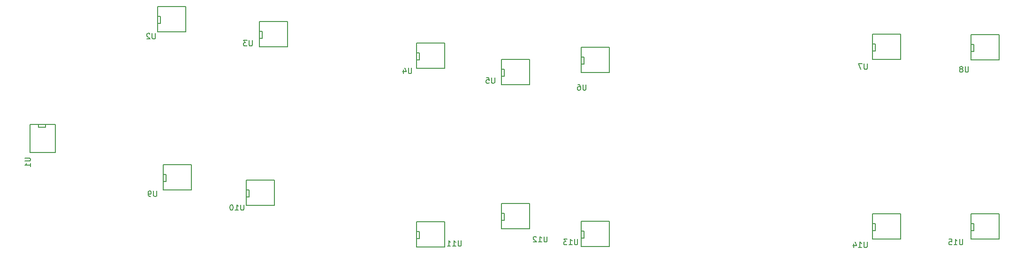
<source format=gbo>
G04 #@! TF.FileFunction,Legend,Bot*
%FSLAX46Y46*%
G04 Gerber Fmt 4.6, Leading zero omitted, Abs format (unit mm)*
G04 Created by KiCad (PCBNEW (2015-07-16 BZR 5955, Git 27eafcb)-product) date 2015-10-11 14:13:05*
%MOMM*%
G01*
G04 APERTURE LIST*
%ADD10C,0.100000*%
%ADD11C,0.150000*%
G04 APERTURE END LIST*
D10*
D11*
X68914000Y-71660000D02*
X68914000Y-76740000D01*
X68914000Y-76740000D02*
X73486000Y-76740000D01*
X73486000Y-76740000D02*
X73486000Y-71660000D01*
X73486000Y-71660000D02*
X68914000Y-71660000D01*
X70438000Y-71660000D02*
X70438000Y-72168000D01*
X70438000Y-72168000D02*
X71708000Y-72168000D01*
X71708000Y-72168000D02*
X71708000Y-71660000D01*
X91960000Y-54886000D02*
X97040000Y-54886000D01*
X97040000Y-54886000D02*
X97040000Y-50314000D01*
X97040000Y-50314000D02*
X91960000Y-50314000D01*
X91960000Y-50314000D02*
X91960000Y-54886000D01*
X91960000Y-53362000D02*
X92468000Y-53362000D01*
X92468000Y-53362000D02*
X92468000Y-52092000D01*
X92468000Y-52092000D02*
X91960000Y-52092000D01*
X110260000Y-57586000D02*
X115340000Y-57586000D01*
X115340000Y-57586000D02*
X115340000Y-53014000D01*
X115340000Y-53014000D02*
X110260000Y-53014000D01*
X110260000Y-53014000D02*
X110260000Y-57586000D01*
X110260000Y-56062000D02*
X110768000Y-56062000D01*
X110768000Y-56062000D02*
X110768000Y-54792000D01*
X110768000Y-54792000D02*
X110260000Y-54792000D01*
X138660000Y-61486000D02*
X143740000Y-61486000D01*
X143740000Y-61486000D02*
X143740000Y-56914000D01*
X143740000Y-56914000D02*
X138660000Y-56914000D01*
X138660000Y-56914000D02*
X138660000Y-61486000D01*
X138660000Y-59962000D02*
X139168000Y-59962000D01*
X139168000Y-59962000D02*
X139168000Y-58692000D01*
X139168000Y-58692000D02*
X138660000Y-58692000D01*
X153960000Y-64486000D02*
X159040000Y-64486000D01*
X159040000Y-64486000D02*
X159040000Y-59914000D01*
X159040000Y-59914000D02*
X153960000Y-59914000D01*
X153960000Y-59914000D02*
X153960000Y-64486000D01*
X153960000Y-62962000D02*
X154468000Y-62962000D01*
X154468000Y-62962000D02*
X154468000Y-61692000D01*
X154468000Y-61692000D02*
X153960000Y-61692000D01*
X168360000Y-62286000D02*
X173440000Y-62286000D01*
X173440000Y-62286000D02*
X173440000Y-57714000D01*
X173440000Y-57714000D02*
X168360000Y-57714000D01*
X168360000Y-57714000D02*
X168360000Y-62286000D01*
X168360000Y-60762000D02*
X168868000Y-60762000D01*
X168868000Y-60762000D02*
X168868000Y-59492000D01*
X168868000Y-59492000D02*
X168360000Y-59492000D01*
X220960000Y-59886000D02*
X226040000Y-59886000D01*
X226040000Y-59886000D02*
X226040000Y-55314000D01*
X226040000Y-55314000D02*
X220960000Y-55314000D01*
X220960000Y-55314000D02*
X220960000Y-59886000D01*
X220960000Y-58362000D02*
X221468000Y-58362000D01*
X221468000Y-58362000D02*
X221468000Y-57092000D01*
X221468000Y-57092000D02*
X220960000Y-57092000D01*
X238760000Y-59986000D02*
X243840000Y-59986000D01*
X243840000Y-59986000D02*
X243840000Y-55414000D01*
X243840000Y-55414000D02*
X238760000Y-55414000D01*
X238760000Y-55414000D02*
X238760000Y-59986000D01*
X238760000Y-58462000D02*
X239268000Y-58462000D01*
X239268000Y-58462000D02*
X239268000Y-57192000D01*
X239268000Y-57192000D02*
X238760000Y-57192000D01*
X92960000Y-83486000D02*
X98040000Y-83486000D01*
X98040000Y-83486000D02*
X98040000Y-78914000D01*
X98040000Y-78914000D02*
X92960000Y-78914000D01*
X92960000Y-78914000D02*
X92960000Y-83486000D01*
X92960000Y-81962000D02*
X93468000Y-81962000D01*
X93468000Y-81962000D02*
X93468000Y-80692000D01*
X93468000Y-80692000D02*
X92960000Y-80692000D01*
X107960000Y-86286000D02*
X113040000Y-86286000D01*
X113040000Y-86286000D02*
X113040000Y-81714000D01*
X113040000Y-81714000D02*
X107960000Y-81714000D01*
X107960000Y-81714000D02*
X107960000Y-86286000D01*
X107960000Y-84762000D02*
X108468000Y-84762000D01*
X108468000Y-84762000D02*
X108468000Y-83492000D01*
X108468000Y-83492000D02*
X107960000Y-83492000D01*
X138660000Y-93886000D02*
X143740000Y-93886000D01*
X143740000Y-93886000D02*
X143740000Y-89314000D01*
X143740000Y-89314000D02*
X138660000Y-89314000D01*
X138660000Y-89314000D02*
X138660000Y-93886000D01*
X138660000Y-92362000D02*
X139168000Y-92362000D01*
X139168000Y-92362000D02*
X139168000Y-91092000D01*
X139168000Y-91092000D02*
X138660000Y-91092000D01*
X153960000Y-90586000D02*
X159040000Y-90586000D01*
X159040000Y-90586000D02*
X159040000Y-86014000D01*
X159040000Y-86014000D02*
X153960000Y-86014000D01*
X153960000Y-86014000D02*
X153960000Y-90586000D01*
X153960000Y-89062000D02*
X154468000Y-89062000D01*
X154468000Y-89062000D02*
X154468000Y-87792000D01*
X154468000Y-87792000D02*
X153960000Y-87792000D01*
X168360000Y-93786000D02*
X173440000Y-93786000D01*
X173440000Y-93786000D02*
X173440000Y-89214000D01*
X173440000Y-89214000D02*
X168360000Y-89214000D01*
X168360000Y-89214000D02*
X168360000Y-93786000D01*
X168360000Y-92262000D02*
X168868000Y-92262000D01*
X168868000Y-92262000D02*
X168868000Y-90992000D01*
X168868000Y-90992000D02*
X168360000Y-90992000D01*
X220960000Y-92386000D02*
X226040000Y-92386000D01*
X226040000Y-92386000D02*
X226040000Y-87814000D01*
X226040000Y-87814000D02*
X220960000Y-87814000D01*
X220960000Y-87814000D02*
X220960000Y-92386000D01*
X220960000Y-90862000D02*
X221468000Y-90862000D01*
X221468000Y-90862000D02*
X221468000Y-89592000D01*
X221468000Y-89592000D02*
X220960000Y-89592000D01*
X238760000Y-92386000D02*
X243840000Y-92386000D01*
X243840000Y-92386000D02*
X243840000Y-87814000D01*
X243840000Y-87814000D02*
X238760000Y-87814000D01*
X238760000Y-87814000D02*
X238760000Y-92386000D01*
X238760000Y-90862000D02*
X239268000Y-90862000D01*
X239268000Y-90862000D02*
X239268000Y-89592000D01*
X239268000Y-89592000D02*
X238760000Y-89592000D01*
X67952381Y-77738095D02*
X68761905Y-77738095D01*
X68857143Y-77785714D01*
X68904762Y-77833333D01*
X68952381Y-77928571D01*
X68952381Y-78119048D01*
X68904762Y-78214286D01*
X68857143Y-78261905D01*
X68761905Y-78309524D01*
X67952381Y-78309524D01*
X68952381Y-79309524D02*
X68952381Y-78738095D01*
X68952381Y-79023809D02*
X67952381Y-79023809D01*
X68095238Y-78928571D01*
X68190476Y-78833333D01*
X68238095Y-78738095D01*
X91511905Y-55202381D02*
X91511905Y-56011905D01*
X91464286Y-56107143D01*
X91416667Y-56154762D01*
X91321429Y-56202381D01*
X91130952Y-56202381D01*
X91035714Y-56154762D01*
X90988095Y-56107143D01*
X90940476Y-56011905D01*
X90940476Y-55202381D01*
X90511905Y-55297619D02*
X90464286Y-55250000D01*
X90369048Y-55202381D01*
X90130952Y-55202381D01*
X90035714Y-55250000D01*
X89988095Y-55297619D01*
X89940476Y-55392857D01*
X89940476Y-55488095D01*
X89988095Y-55630952D01*
X90559524Y-56202381D01*
X89940476Y-56202381D01*
X109011905Y-56452381D02*
X109011905Y-57261905D01*
X108964286Y-57357143D01*
X108916667Y-57404762D01*
X108821429Y-57452381D01*
X108630952Y-57452381D01*
X108535714Y-57404762D01*
X108488095Y-57357143D01*
X108440476Y-57261905D01*
X108440476Y-56452381D01*
X108059524Y-56452381D02*
X107440476Y-56452381D01*
X107773810Y-56833333D01*
X107630952Y-56833333D01*
X107535714Y-56880952D01*
X107488095Y-56928571D01*
X107440476Y-57023810D01*
X107440476Y-57261905D01*
X107488095Y-57357143D01*
X107535714Y-57404762D01*
X107630952Y-57452381D01*
X107916667Y-57452381D01*
X108011905Y-57404762D01*
X108059524Y-57357143D01*
X137761905Y-61452381D02*
X137761905Y-62261905D01*
X137714286Y-62357143D01*
X137666667Y-62404762D01*
X137571429Y-62452381D01*
X137380952Y-62452381D01*
X137285714Y-62404762D01*
X137238095Y-62357143D01*
X137190476Y-62261905D01*
X137190476Y-61452381D01*
X136285714Y-61785714D02*
X136285714Y-62452381D01*
X136523810Y-61404762D02*
X136761905Y-62119048D01*
X136142857Y-62119048D01*
X152761905Y-63202381D02*
X152761905Y-64011905D01*
X152714286Y-64107143D01*
X152666667Y-64154762D01*
X152571429Y-64202381D01*
X152380952Y-64202381D01*
X152285714Y-64154762D01*
X152238095Y-64107143D01*
X152190476Y-64011905D01*
X152190476Y-63202381D01*
X151238095Y-63202381D02*
X151714286Y-63202381D01*
X151761905Y-63678571D01*
X151714286Y-63630952D01*
X151619048Y-63583333D01*
X151380952Y-63583333D01*
X151285714Y-63630952D01*
X151238095Y-63678571D01*
X151190476Y-63773810D01*
X151190476Y-64011905D01*
X151238095Y-64107143D01*
X151285714Y-64154762D01*
X151380952Y-64202381D01*
X151619048Y-64202381D01*
X151714286Y-64154762D01*
X151761905Y-64107143D01*
X169261905Y-64452381D02*
X169261905Y-65261905D01*
X169214286Y-65357143D01*
X169166667Y-65404762D01*
X169071429Y-65452381D01*
X168880952Y-65452381D01*
X168785714Y-65404762D01*
X168738095Y-65357143D01*
X168690476Y-65261905D01*
X168690476Y-64452381D01*
X167785714Y-64452381D02*
X167976191Y-64452381D01*
X168071429Y-64500000D01*
X168119048Y-64547619D01*
X168214286Y-64690476D01*
X168261905Y-64880952D01*
X168261905Y-65261905D01*
X168214286Y-65357143D01*
X168166667Y-65404762D01*
X168071429Y-65452381D01*
X167880952Y-65452381D01*
X167785714Y-65404762D01*
X167738095Y-65357143D01*
X167690476Y-65261905D01*
X167690476Y-65023810D01*
X167738095Y-64928571D01*
X167785714Y-64880952D01*
X167880952Y-64833333D01*
X168071429Y-64833333D01*
X168166667Y-64880952D01*
X168214286Y-64928571D01*
X168261905Y-65023810D01*
X220011905Y-60702381D02*
X220011905Y-61511905D01*
X219964286Y-61607143D01*
X219916667Y-61654762D01*
X219821429Y-61702381D01*
X219630952Y-61702381D01*
X219535714Y-61654762D01*
X219488095Y-61607143D01*
X219440476Y-61511905D01*
X219440476Y-60702381D01*
X219059524Y-60702381D02*
X218392857Y-60702381D01*
X218821429Y-61702381D01*
X238261905Y-61202381D02*
X238261905Y-62011905D01*
X238214286Y-62107143D01*
X238166667Y-62154762D01*
X238071429Y-62202381D01*
X237880952Y-62202381D01*
X237785714Y-62154762D01*
X237738095Y-62107143D01*
X237690476Y-62011905D01*
X237690476Y-61202381D01*
X237071429Y-61630952D02*
X237166667Y-61583333D01*
X237214286Y-61535714D01*
X237261905Y-61440476D01*
X237261905Y-61392857D01*
X237214286Y-61297619D01*
X237166667Y-61250000D01*
X237071429Y-61202381D01*
X236880952Y-61202381D01*
X236785714Y-61250000D01*
X236738095Y-61297619D01*
X236690476Y-61392857D01*
X236690476Y-61440476D01*
X236738095Y-61535714D01*
X236785714Y-61583333D01*
X236880952Y-61630952D01*
X237071429Y-61630952D01*
X237166667Y-61678571D01*
X237214286Y-61726190D01*
X237261905Y-61821429D01*
X237261905Y-62011905D01*
X237214286Y-62107143D01*
X237166667Y-62154762D01*
X237071429Y-62202381D01*
X236880952Y-62202381D01*
X236785714Y-62154762D01*
X236738095Y-62107143D01*
X236690476Y-62011905D01*
X236690476Y-61821429D01*
X236738095Y-61726190D01*
X236785714Y-61678571D01*
X236880952Y-61630952D01*
X91761905Y-83702381D02*
X91761905Y-84511905D01*
X91714286Y-84607143D01*
X91666667Y-84654762D01*
X91571429Y-84702381D01*
X91380952Y-84702381D01*
X91285714Y-84654762D01*
X91238095Y-84607143D01*
X91190476Y-84511905D01*
X91190476Y-83702381D01*
X90666667Y-84702381D02*
X90476191Y-84702381D01*
X90380952Y-84654762D01*
X90333333Y-84607143D01*
X90238095Y-84464286D01*
X90190476Y-84273810D01*
X90190476Y-83892857D01*
X90238095Y-83797619D01*
X90285714Y-83750000D01*
X90380952Y-83702381D01*
X90571429Y-83702381D01*
X90666667Y-83750000D01*
X90714286Y-83797619D01*
X90761905Y-83892857D01*
X90761905Y-84130952D01*
X90714286Y-84226190D01*
X90666667Y-84273810D01*
X90571429Y-84321429D01*
X90380952Y-84321429D01*
X90285714Y-84273810D01*
X90238095Y-84226190D01*
X90190476Y-84130952D01*
X107488095Y-86202381D02*
X107488095Y-87011905D01*
X107440476Y-87107143D01*
X107392857Y-87154762D01*
X107297619Y-87202381D01*
X107107142Y-87202381D01*
X107011904Y-87154762D01*
X106964285Y-87107143D01*
X106916666Y-87011905D01*
X106916666Y-86202381D01*
X105916666Y-87202381D02*
X106488095Y-87202381D01*
X106202381Y-87202381D02*
X106202381Y-86202381D01*
X106297619Y-86345238D01*
X106392857Y-86440476D01*
X106488095Y-86488095D01*
X105297619Y-86202381D02*
X105202380Y-86202381D01*
X105107142Y-86250000D01*
X105059523Y-86297619D01*
X105011904Y-86392857D01*
X104964285Y-86583333D01*
X104964285Y-86821429D01*
X105011904Y-87011905D01*
X105059523Y-87107143D01*
X105107142Y-87154762D01*
X105202380Y-87202381D01*
X105297619Y-87202381D01*
X105392857Y-87154762D01*
X105440476Y-87107143D01*
X105488095Y-87011905D01*
X105535714Y-86821429D01*
X105535714Y-86583333D01*
X105488095Y-86392857D01*
X105440476Y-86297619D01*
X105392857Y-86250000D01*
X105297619Y-86202381D01*
X146738095Y-92702381D02*
X146738095Y-93511905D01*
X146690476Y-93607143D01*
X146642857Y-93654762D01*
X146547619Y-93702381D01*
X146357142Y-93702381D01*
X146261904Y-93654762D01*
X146214285Y-93607143D01*
X146166666Y-93511905D01*
X146166666Y-92702381D01*
X145166666Y-93702381D02*
X145738095Y-93702381D01*
X145452381Y-93702381D02*
X145452381Y-92702381D01*
X145547619Y-92845238D01*
X145642857Y-92940476D01*
X145738095Y-92988095D01*
X144214285Y-93702381D02*
X144785714Y-93702381D01*
X144500000Y-93702381D02*
X144500000Y-92702381D01*
X144595238Y-92845238D01*
X144690476Y-92940476D01*
X144785714Y-92988095D01*
X162238095Y-91952381D02*
X162238095Y-92761905D01*
X162190476Y-92857143D01*
X162142857Y-92904762D01*
X162047619Y-92952381D01*
X161857142Y-92952381D01*
X161761904Y-92904762D01*
X161714285Y-92857143D01*
X161666666Y-92761905D01*
X161666666Y-91952381D01*
X160666666Y-92952381D02*
X161238095Y-92952381D01*
X160952381Y-92952381D02*
X160952381Y-91952381D01*
X161047619Y-92095238D01*
X161142857Y-92190476D01*
X161238095Y-92238095D01*
X160285714Y-92047619D02*
X160238095Y-92000000D01*
X160142857Y-91952381D01*
X159904761Y-91952381D01*
X159809523Y-92000000D01*
X159761904Y-92047619D01*
X159714285Y-92142857D01*
X159714285Y-92238095D01*
X159761904Y-92380952D01*
X160333333Y-92952381D01*
X159714285Y-92952381D01*
X167738095Y-92452381D02*
X167738095Y-93261905D01*
X167690476Y-93357143D01*
X167642857Y-93404762D01*
X167547619Y-93452381D01*
X167357142Y-93452381D01*
X167261904Y-93404762D01*
X167214285Y-93357143D01*
X167166666Y-93261905D01*
X167166666Y-92452381D01*
X166166666Y-93452381D02*
X166738095Y-93452381D01*
X166452381Y-93452381D02*
X166452381Y-92452381D01*
X166547619Y-92595238D01*
X166642857Y-92690476D01*
X166738095Y-92738095D01*
X165833333Y-92452381D02*
X165214285Y-92452381D01*
X165547619Y-92833333D01*
X165404761Y-92833333D01*
X165309523Y-92880952D01*
X165261904Y-92928571D01*
X165214285Y-93023810D01*
X165214285Y-93261905D01*
X165261904Y-93357143D01*
X165309523Y-93404762D01*
X165404761Y-93452381D01*
X165690476Y-93452381D01*
X165785714Y-93404762D01*
X165833333Y-93357143D01*
X219988095Y-92952381D02*
X219988095Y-93761905D01*
X219940476Y-93857143D01*
X219892857Y-93904762D01*
X219797619Y-93952381D01*
X219607142Y-93952381D01*
X219511904Y-93904762D01*
X219464285Y-93857143D01*
X219416666Y-93761905D01*
X219416666Y-92952381D01*
X218416666Y-93952381D02*
X218988095Y-93952381D01*
X218702381Y-93952381D02*
X218702381Y-92952381D01*
X218797619Y-93095238D01*
X218892857Y-93190476D01*
X218988095Y-93238095D01*
X217559523Y-93285714D02*
X217559523Y-93952381D01*
X217797619Y-92904762D02*
X218035714Y-93619048D01*
X217416666Y-93619048D01*
X237238095Y-92452381D02*
X237238095Y-93261905D01*
X237190476Y-93357143D01*
X237142857Y-93404762D01*
X237047619Y-93452381D01*
X236857142Y-93452381D01*
X236761904Y-93404762D01*
X236714285Y-93357143D01*
X236666666Y-93261905D01*
X236666666Y-92452381D01*
X235666666Y-93452381D02*
X236238095Y-93452381D01*
X235952381Y-93452381D02*
X235952381Y-92452381D01*
X236047619Y-92595238D01*
X236142857Y-92690476D01*
X236238095Y-92738095D01*
X234761904Y-92452381D02*
X235238095Y-92452381D01*
X235285714Y-92928571D01*
X235238095Y-92880952D01*
X235142857Y-92833333D01*
X234904761Y-92833333D01*
X234809523Y-92880952D01*
X234761904Y-92928571D01*
X234714285Y-93023810D01*
X234714285Y-93261905D01*
X234761904Y-93357143D01*
X234809523Y-93404762D01*
X234904761Y-93452381D01*
X235142857Y-93452381D01*
X235238095Y-93404762D01*
X235285714Y-93357143D01*
M02*

</source>
